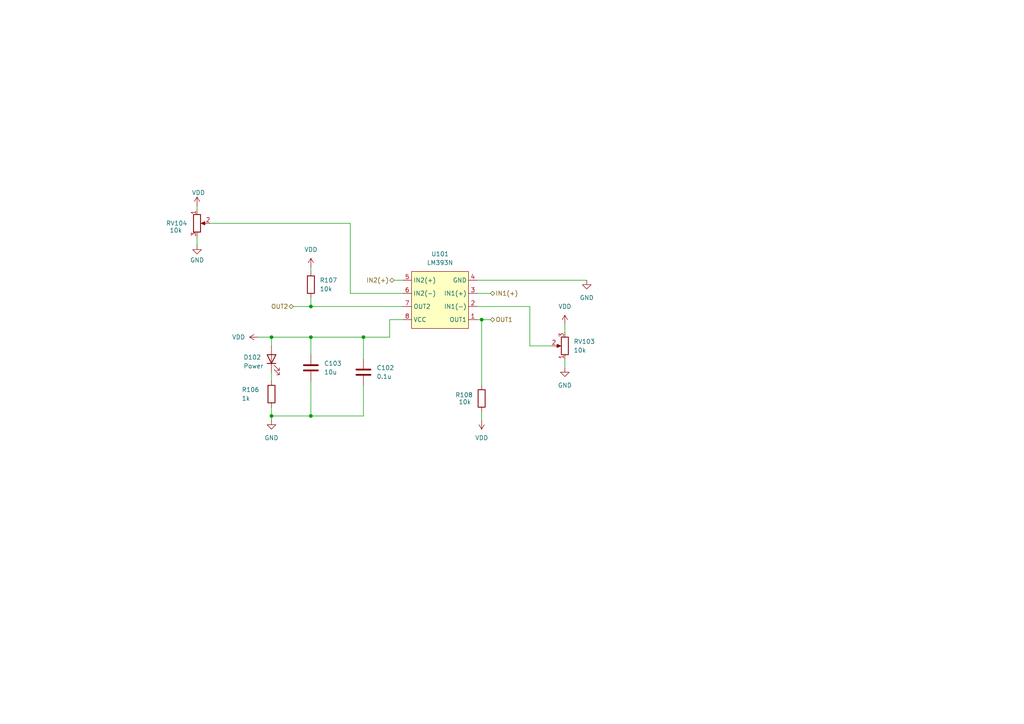
<source format=kicad_sch>
(kicad_sch (version 20250114) (generator "eeschema") (generator_version "9.0")
  (paper "A4")
  (lib_symbols
    (symbol "Device:C" (pin_numbers (hide yes)) (pin_names (offset 0.254))
      (property "Reference" "C" (at 0.635 2.54 0))
      (property "Value" "C" (at 0.635 -2.54 0))
      (symbol "C_0_1"
        (polyline (pts (xy -2.032 0.762) (xy 2.032 0.762)) (stroke (width 0.508)))
        (polyline (pts (xy -2.032 -0.762) (xy 2.032 -0.762)) (stroke (width 0.508)))
      )
      (symbol "C_1_1"
        (pin passive line (at 0 3.81 270) (length 2.794) (name "~") (number "1"))
        (pin passive line (at 0 -3.81 90) (length 2.794) (name "~") (number "2"))
      )
    )
    (symbol "Device:LED" (pin_numbers (hide yes)) (pin_names (offset 1.016) (hide yes))
      (property "Reference" "D" (at 0 2.54 0))
      (property "Value" "LED" (at 0 -2.54 0))
      (symbol "LED_0_1"
        (polyline (pts (xy -3.048 -0.762) (xy -4.572 -2.286) (xy -3.81 -2.286) (xy -4.572 -2.286) (xy -4.572 -1.524)))
        (polyline (pts (xy -1.778 -0.762) (xy -3.302 -2.286) (xy -2.54 -2.286) (xy -3.302 -2.286) (xy -3.302 -1.524)))
        (polyline (pts (xy -1.27 0) (xy 1.27 0)))
        (polyline (pts (xy -1.27 -1.27) (xy -1.27 1.27)) (stroke (width 0.254)))
        (polyline (pts (xy 1.27 -1.27) (xy 1.27 1.27) (xy -1.27 0) (xy 1.27 -1.27)) (stroke (width 0.254)))
      )
      (symbol "LED_1_1"
        (pin passive line (at -3.81 0 0) (length 2.54) (name "K") (number "1"))
        (pin passive line (at 3.81 0 180) (length 2.54) (name "A") (number "2"))
      )
    )
    (symbol "Device:R" (pin_numbers (hide yes)) (pin_names (offset 0))
      (property "Reference" "R" (at 2.032 0 90))
      (property "Value" "R" (at 0 0 90))
      (symbol "R_0_1"
        (rectangle (start -1.016 -2.54) (end 1.016 2.54) (stroke (width 0.254)))
      )
      (symbol "R_1_1"
        (pin passive line (at 0 3.81 270) (length 1.27) (name "~") (number "1"))
        (pin passive line (at 0 -3.81 90) (length 1.27) (name "~") (number "2"))
      )
    )
    (symbol "Device:R_Potentiometer" (pin_names (offset 1.016) (hide yes))
      (property "Reference" "RV" (at -4.445 0 90))
      (property "Value" "R_Potentiometer" (at -2.54 0 90))
      (symbol "R_Potentiometer_0_1"
        (rectangle (start 1.016 2.54) (end -1.016 -2.54) (stroke (width 0.254)))
        (polyline (pts (xy 1.143 0) (xy 2.286 0.508) (xy 2.286 -0.508) (xy 1.143 0)) (fill (type outline)))
        (polyline (pts (xy 2.54 0) (xy 1.524 0)))
      )
      (symbol "R_Potentiometer_1_1"
        (pin passive line (at 0 3.81 270) (length 1.27) (name "1") (number "1"))
        (pin passive line (at 0 -3.81 90) (length 1.27) (name "3") (number "3"))
        (pin passive line (at 3.81 0 180) (length 1.27) (name "2") (number "2"))
      )
    )
    (symbol "New_Library:LN393"
      (property "Reference" "U2" (at 1.905 -20.32 0))
      (property "Value" "LN393N" (at 1.905 -17.78 0))
      (symbol "LN393_1_1"
        (rectangle (start -6.35 1.27) (end 10.16 -15.24) (fill (type background)))
        (pin output line (at -8.89 -1.27 0) (length 2.54) (name "OUT1") (number "1"))
        (pin input line (at -8.89 -5.08 0) (length 2.54) (name "IN1(-)") (number "2"))
        (pin input line (at -8.89 -8.89 0) (length 2.54) (name "IN1(+)") (number "3"))
        (pin power_in line (at -8.89 -12.7 0) (length 2.54) (name "GND") (number "4"))
        (pin power_in line (at 12.7 -1.27 180) (length 2.54) (name "VCC") (number "8"))
        (pin output line (at 12.7 -5.08 180) (length 2.54) (name "OUT2") (number "7"))
        (pin input line (at 12.7 -8.89 180) (length 2.54) (name "IN2(-)") (number "6"))
        (pin input line (at 12.7 -12.7 180) (length 2.54) (name "IN2(+)") (number "5"))
      )
    )
    (symbol "power:GND" (power) (pin_numbers (hide yes)) (pin_names (offset 0) (hide yes))
      (property "Value" "GND" (at 0 -3.81 0))
      (symbol "GND_0_1"
        (polyline (pts (xy 0 0) (xy 0 -1.27) (xy 1.27 -1.27) (xy 0 -2.54) (xy -1.27 -1.27) (xy 0 -1.27)))
      )
      (symbol "GND_1_1"
        (pin power_in line (at 0 0 270) (length 0) (name "~") (number "1"))
      )
    )
    (symbol "power:VDD" (power) (pin_numbers (hide yes)) (pin_names (offset 0) (hide yes))
      (property "Value" "VDD" (at 0 3.556 0))
      (symbol "VDD_0_1"
        (polyline (pts (xy -0.762 1.27) (xy 0 2.54)))
        (polyline (pts (xy 0 2.54) (xy 0.762 1.27)))
        (polyline (pts (xy 0 0) (xy 0 2.54)))
      )
      (symbol "VDD_1_1"
        (pin power_in line (at 0 0 90) (length 0) (name "~") (number "1"))
      )
    )
  )
  (junction (at 90.17 88.9))
  (junction (at 78.74 120.65))
  (junction (at 78.74 97.79))
  (junction (at 90.17 120.65))
  (junction (at 90.17 97.79))
  (junction (at 105.41 97.79))
  (junction (at 139.7 92.71))
  (wire (pts (xy 105.41 97.79) (xy 105.41 104.14)))
  (wire (pts (xy 90.17 77.47) (xy 90.17 78.74)))
  (wire (pts (xy 57.15 71.12) (xy 57.15 68.58)))
  (wire (pts (xy 138.43 88.9) (xy 153.67 88.9)))
  (wire (pts (xy 105.41 120.65) (xy 90.17 120.65)))
  (wire (pts (xy 78.74 107.95) (xy 78.74 110.49)))
  (wire (pts (xy 90.17 120.65) (xy 78.74 120.65)))
  (wire (pts (xy 138.43 81.28) (xy 170.18 81.28)))
  (wire (pts (xy 113.03 92.71) (xy 116.84 92.71)))
  (wire (pts (xy 139.7 121.92) (xy 139.7 119.38)))
  (wire (pts (xy 78.74 120.65) (xy 78.74 121.92)))
  (wire (pts (xy 163.83 104.14) (xy 163.83 106.68)))
  (wire (pts (xy 90.17 110.49) (xy 90.17 120.65)))
  (wire (pts (xy 90.17 97.79) (xy 105.41 97.79)))
  (wire (pts (xy 113.03 92.71) (xy 113.03 97.79)))
  (wire (pts (xy 74.93 97.79) (xy 78.74 97.79)))
  (wire (pts (xy 78.74 97.79) (xy 78.74 100.33)))
  (wire (pts (xy 90.17 86.36) (xy 90.17 88.9)))
  (wire (pts (xy 163.83 93.98) (xy 163.83 96.52)))
  (wire (pts (xy 90.17 97.79) (xy 90.17 102.87)))
  (wire (pts (xy 139.7 92.71) (xy 138.43 92.71)))
  (wire (pts (xy 153.67 88.9) (xy 153.67 100.33)))
  (wire (pts (xy 90.17 88.9) (xy 116.84 88.9)))
  (wire (pts (xy 105.41 97.79) (xy 113.03 97.79)))
  (wire (pts (xy 78.74 97.79) (xy 90.17 97.79)))
  (wire (pts (xy 60.96 64.77) (xy 101.6 64.77)))
  (wire (pts (xy 139.7 92.71) (xy 139.7 111.76)))
  (wire (pts (xy 78.74 118.11) (xy 78.74 120.65)))
  (wire (pts (xy 153.67 100.33) (xy 160.02 100.33)))
  (wire (pts (xy 114.3 81.28) (xy 116.84 81.28)))
  (wire (pts (xy 101.6 64.77) (xy 101.6 85.09)))
  (wire (pts (xy 105.41 111.76) (xy 105.41 120.65)))
  (wire (pts (xy 142.24 85.09) (xy 138.43 85.09)))
  (wire (pts (xy 57.15 60.96) (xy 57.15 59.69)))
  (wire (pts (xy 85.09 88.9) (xy 90.17 88.9)))
  (wire (pts (xy 139.7 92.71) (xy 142.24 92.71)))
  (wire (pts (xy 101.6 85.09) (xy 116.84 85.09)))
  (hierarchical_label "OUT2" (shape bidirectional) (at 85.09 88.9 180))
  (hierarchical_label "IN2(+)" (shape bidirectional) (at 114.3 81.28 180))
  (hierarchical_label "IN1(+)" (shape bidirectional) (at 142.24 85.09 0))
  (hierarchical_label "OUT1" (shape bidirectional) (at 142.24 92.71 0))
  (symbol (lib_id "power:GND") (at 163.83 106.68 0) (unit 1)
    (property "Reference" "#PWR0127" (effects (hide yes)))
    (property "Value" "GND" (at 163.83 111.76 0))
    (property "Description" "Power symbol creates a global label with name \"GND\" , ground" (effects (hide yes)))
  )
  (symbol (lib_id "power:VDD") (at 74.93 97.79 90) (unit 1)
    (property "Reference" "#PWR0102" (effects (hide yes)))
    (property "Value" "VDD" (at 71.12 97.7899 90) (effects (justify left)))
    (property "Description" "Power symbol creates a global label with name \"VDD\"" (effects (hide yes)))
  )
  (symbol (lib_id "Device:R") (at 90.17 82.55 0) (unit 1)
    (property "Reference" "R107" (at 92.71 81.2799 0) (effects (justify left)))
    (property "Value" "10k" (at 92.71 83.8199 0) (effects (justify left)))
    (property "Description" "Resistor" (effects (hide yes)))
  )
  (symbol (lib_id "Device:R") (at 78.74 114.3 0) (unit 1)
    (property "Reference" "R106" (at 70.104 113.03 0) (effects (justify left)))
    (property "Value" "1k" (at 70.104 115.57 0) (effects (justify left)))
    (property "Description" "Resistor" (effects (hide yes)))
  )
  (symbol (lib_id "Device:LED") (at 78.74 104.14 90) (unit 1)
    (property "Reference" "D102" (at 70.612 103.632 90) (effects (justify right)))
    (property "Value" "Power" (at 70.612 106.172 90) (effects (justify right)))
    (property "Description" "Light emitting diode" (effects (hide yes)))
    (property "Sim.Pins" "1=K 2=A" (effects (hide yes)))
  )
  (symbol (lib_id "Device:R_Potentiometer") (at 163.83 100.33 180) (unit 1)
    (property "Reference" "RV103" (at 166.37 99.0599 0) (effects (justify right)))
    (property "Value" "10k" (at 166.37 101.5999 0) (effects (justify right)))
    (property "Description" "Potentiometer" (effects (hide yes)))
  )
  (symbol (lib_id "Device:C") (at 105.41 107.95 0) (unit 1)
    (property "Reference" "C102" (at 109.22 106.6799 0) (effects (justify left)))
    (property "Value" "0.1u" (at 109.22 109.2199 0) (effects (justify left)))
    (property "Description" "Unpolarized capacitor" (effects (hide yes)))
  )
  (symbol (lib_id "power:GND") (at 78.74 121.92 0) (unit 1)
    (property "Reference" "#PWR0124" (effects (hide yes)))
    (property "Value" "GND" (at 78.74 127 0))
    (property "Description" "Power symbol creates a global label with name \"GND\" , ground" (effects (hide yes)))
  )
  (symbol (lib_id "power:GND") (at 170.18 81.28 0) (unit 1)
    (property "Reference" "#PWR0125" (effects (hide yes)))
    (property "Value" "GND" (at 170.18 86.36 0))
    (property "Description" "Power symbol creates a global label with name \"GND\" , ground" (effects (hide yes)))
  )
  (symbol (lib_id "power:VDD") (at 163.83 93.98 0) (unit 1)
    (property "Reference" "#PWR0126" (effects (hide yes)))
    (property "Value" "VDD" (at 163.83 88.9 0))
    (property "Description" "Power symbol creates a global label with name \"VDD\"" (effects (hide yes)))
  )
  (symbol (lib_id "power:GND") (at 57.15 71.12 0) (unit 1)
    (property "Reference" "#PWR0129" (effects (hide yes)))
    (property "Value" "GND" (at 55.118 75.438 0) (effects (justify left)))
    (property "Description" "Power symbol creates a global label with name \"GND\" , ground" (effects (hide yes)))
  )
  (symbol (lib_id "power:VDD") (at 57.15 59.69 0) (unit 1)
    (property "Reference" "#PWR0128" (effects (hide yes)))
    (property "Value" "VDD" (at 55.626 55.88 0) (effects (justify left)))
    (property "Description" "Power symbol creates a global label with name \"VDD\"" (effects (hide yes)))
  )
  (symbol (lib_id "power:VDD") (at 90.17 77.47 0) (unit 1)
    (property "Reference" "#PWR0130" (effects (hide yes)))
    (property "Value" "VDD" (at 90.17 72.39 0))
    (property "Description" "Power symbol creates a global label with name \"VDD\"" (effects (hide yes)))
  )
  (symbol (lib_id "Device:R_Potentiometer") (at 57.15 64.77 0) (unit 1)
    (property "Reference" "RV104" (at 54.356 64.77 0) (effects (justify right)))
    (property "Value" "10k" (at 52.832 66.802 0) (effects (justify right)))
    (property "Description" "Potentiometer" (effects (hide yes)))
  )
  (symbol (lib_id "power:VDD") (at 139.7 121.92 180) (unit 1)
    (property "Reference" "#PWR0131" (effects (hide yes)))
    (property "Value" "VDD" (at 139.7 127 0))
    (property "Description" "Power symbol creates a global label with name \"VDD\"" (effects (hide yes)))
  )
  (symbol (lib_id "Device:R") (at 139.7 115.57 180) (unit 1)
    (property "Reference" "R108" (at 137.16 114.554 0) (effects (justify left)))
    (property "Value" "10k" (at 136.652 116.586 0) (effects (justify left)))
    (property "Description" "Resistor" (effects (hide yes)))
  )
  (symbol (lib_id "New_Library:LN393") (at 129.54 93.98 180) (unit 1)
    (property "Reference" "U101" (at 127.635 73.66 0))
    (property "Value" "LM393N" (at 127.635 76.2 0))
    (property "Footprint" "Package_DIP:CERDIP-8_W7.62mm_SideBrazed" (effects (hide yes)))
  )
  (symbol (lib_id "Device:C") (at 90.17 106.68 0) (unit 1)
    (property "Reference" "C103" (at 93.98 105.4099 0) (effects (justify left)))
    (property "Value" "10u" (at 93.98 107.9499 0) (effects (justify left)))
    (property "Description" "Unpolarized capacitor" (effects (hide yes)))
  )
)
</source>
